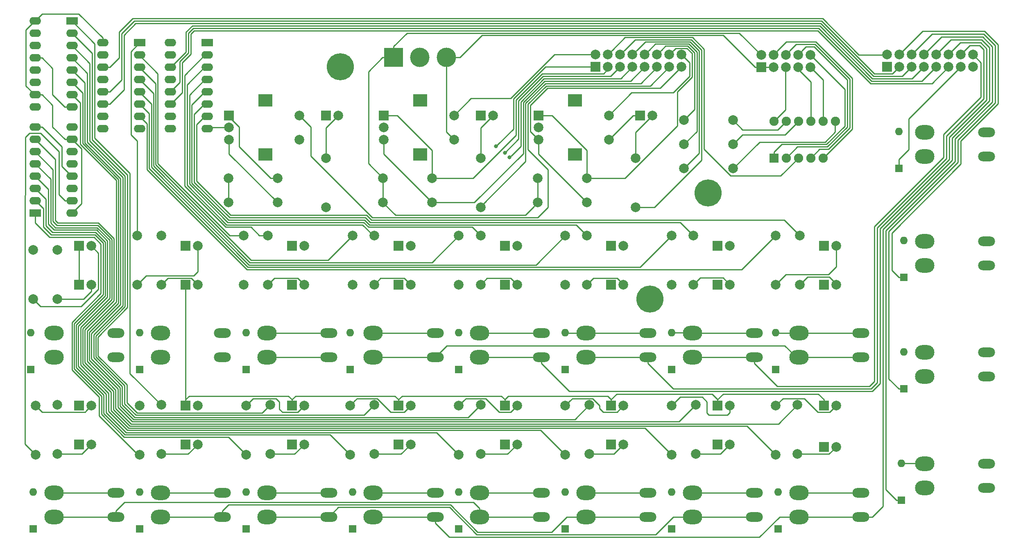
<source format=gtl>
G04 #@! TF.GenerationSoftware,KiCad,Pcbnew,5.1.5+dfsg1-2build2*
G04 #@! TF.CreationDate,2021-04-11T17:34:26+02:00*
G04 #@! TF.ProjectId,Main_board,4d61696e-5f62-46f6-9172-642e6b696361,rev?*
G04 #@! TF.SameCoordinates,Original*
G04 #@! TF.FileFunction,Copper,L1,Top*
G04 #@! TF.FilePolarity,Positive*
%FSLAX46Y46*%
G04 Gerber Fmt 4.6, Leading zero omitted, Abs format (unit mm)*
G04 Created by KiCad (PCBNEW 5.1.5+dfsg1-2build2) date 2021-04-11 17:34:26*
%MOMM*%
%LPD*%
G04 APERTURE LIST*
%ADD10C,5.600000*%
%ADD11O,2.400000X1.600000*%
%ADD12R,2.400000X1.600000*%
%ADD13R,2.000000X2.000000*%
%ADD14C,2.000000*%
%ADD15C,4.000000*%
%ADD16R,4.000000X4.000000*%
%ADD17C,1.905000*%
%ADD18R,1.905000X1.905000*%
%ADD19R,3.000000X2.500000*%
%ADD20O,1.600000X1.600000*%
%ADD21R,1.600000X1.600000*%
%ADD22O,4.000000X3.000000*%
%ADD23O,3.500000X2.000000*%
%ADD24C,0.800000*%
%ADD25C,0.250000*%
G04 APERTURE END LIST*
D10*
X98000000Y-56000000D03*
X162000000Y-104000000D03*
X174000000Y-82000000D03*
D11*
X48880000Y-51000000D03*
X56500000Y-68780000D03*
X48880000Y-53540000D03*
X56500000Y-66240000D03*
X48880000Y-56080000D03*
X56500000Y-63700000D03*
X48880000Y-58620000D03*
X56500000Y-61160000D03*
X48880000Y-61160000D03*
X56500000Y-58620000D03*
X48880000Y-63700000D03*
X56500000Y-56080000D03*
X48880000Y-66240000D03*
X56500000Y-53540000D03*
X48880000Y-68780000D03*
D12*
X56500000Y-51000000D03*
X34900000Y-86180000D03*
D11*
X42520000Y-68400000D03*
X34900000Y-83640000D03*
X42520000Y-70940000D03*
X34900000Y-81100000D03*
X42520000Y-73480000D03*
X34900000Y-78560000D03*
X42520000Y-76020000D03*
X34900000Y-76020000D03*
X42520000Y-78560000D03*
X34900000Y-73480000D03*
X42520000Y-81100000D03*
X34900000Y-70940000D03*
X42520000Y-83640000D03*
X34900000Y-68400000D03*
X42520000Y-86180000D03*
X34880000Y-46500000D03*
X42500000Y-64280000D03*
X34880000Y-49040000D03*
X42500000Y-61740000D03*
X34880000Y-51580000D03*
X42500000Y-59200000D03*
X34880000Y-54120000D03*
X42500000Y-56660000D03*
X34880000Y-56660000D03*
X42500000Y-54120000D03*
X34880000Y-59200000D03*
X42500000Y-51580000D03*
X34880000Y-61740000D03*
X42500000Y-49040000D03*
X34880000Y-64280000D03*
D12*
X42500000Y-46500000D03*
D13*
X185000000Y-56040000D03*
D14*
X185000000Y-53500000D03*
X187540000Y-56040000D03*
X187540000Y-53500000D03*
X190080000Y-56040000D03*
X190080000Y-53500000D03*
X192620000Y-56040000D03*
X192620000Y-53500000D03*
X195160000Y-56040000D03*
X195160000Y-53500000D03*
D15*
X119890000Y-54000000D03*
X114445000Y-54000000D03*
D16*
X109000000Y-54000000D03*
D17*
X187650000Y-67190000D03*
X190190000Y-67190000D03*
X192730000Y-67190000D03*
X195270000Y-67190000D03*
X197810000Y-67190000D03*
X200350000Y-67190000D03*
X197810000Y-74810000D03*
X195270000Y-74810000D03*
X192730000Y-74810000D03*
X190190000Y-74810000D03*
D18*
X187650000Y-74810000D03*
D14*
X121500000Y-71000000D03*
X121500000Y-66000000D03*
D19*
X114500000Y-74100000D03*
X114500000Y-62900000D03*
D14*
X107000000Y-71000000D03*
X107000000Y-68500000D03*
D13*
X107000000Y-66000000D03*
X139000000Y-66000000D03*
D14*
X139000000Y-68500000D03*
X139000000Y-71000000D03*
D19*
X146500000Y-62900000D03*
X146500000Y-74100000D03*
D14*
X153500000Y-66000000D03*
X153500000Y-71000000D03*
X89500000Y-71000000D03*
X89500000Y-66000000D03*
D19*
X82500000Y-74100000D03*
X82500000Y-62900000D03*
D14*
X75000000Y-71000000D03*
X75000000Y-68500000D03*
D13*
X75000000Y-66000000D03*
D14*
X159000000Y-74840000D03*
X159000000Y-85000000D03*
X127000000Y-74840000D03*
X127000000Y-85000000D03*
X95000000Y-74840000D03*
X95000000Y-85000000D03*
X138840000Y-84000000D03*
X149000000Y-84000000D03*
X106840000Y-84000000D03*
X117000000Y-84000000D03*
X74840000Y-84000000D03*
X85000000Y-84000000D03*
X138840000Y-79000000D03*
X149000000Y-79000000D03*
X106840000Y-79000000D03*
X117000000Y-79000000D03*
X74840000Y-79000000D03*
X85000000Y-79000000D03*
X179160000Y-67000000D03*
X169000000Y-67000000D03*
X179160000Y-72000000D03*
X169000000Y-72000000D03*
X179160000Y-77000000D03*
X169000000Y-77000000D03*
X168540000Y-53460000D03*
X168540000Y-56000000D03*
X166000000Y-53460000D03*
X166000000Y-56000000D03*
X163460000Y-53460000D03*
X163460000Y-56000000D03*
X160920000Y-53460000D03*
X160920000Y-56000000D03*
X158380000Y-53460000D03*
X158380000Y-56000000D03*
X155840000Y-53460000D03*
X155840000Y-56000000D03*
X153300000Y-53460000D03*
X153300000Y-56000000D03*
X150760000Y-53460000D03*
D13*
X150760000Y-56000000D03*
X160000000Y-66000000D03*
D14*
X162540000Y-66000000D03*
D13*
X127000000Y-66000000D03*
D14*
X129540000Y-66000000D03*
D13*
X95000000Y-66000000D03*
D14*
X97540000Y-66000000D03*
D13*
X44000000Y-93000000D03*
D14*
X46540000Y-93000000D03*
D13*
X66000000Y-93000000D03*
D14*
X68540000Y-93000000D03*
D13*
X88000000Y-93000000D03*
D14*
X90540000Y-93000000D03*
D13*
X110000000Y-93000000D03*
D14*
X112540000Y-93000000D03*
D13*
X132000000Y-93000000D03*
D14*
X134540000Y-93000000D03*
D13*
X154000000Y-93000000D03*
D14*
X156540000Y-93000000D03*
D13*
X176000000Y-93000000D03*
D14*
X178540000Y-93000000D03*
D13*
X197960000Y-93000000D03*
D14*
X200500000Y-93000000D03*
D13*
X44000000Y-126000000D03*
D14*
X46540000Y-126000000D03*
D13*
X66000000Y-126000000D03*
D14*
X68540000Y-126000000D03*
D13*
X88000000Y-126000000D03*
D14*
X90540000Y-126000000D03*
D13*
X110000000Y-126000000D03*
D14*
X112540000Y-126000000D03*
D13*
X132000000Y-126000000D03*
D14*
X134540000Y-126000000D03*
D13*
X154000000Y-126000000D03*
D14*
X156540000Y-126000000D03*
D13*
X176000000Y-126000000D03*
D14*
X178540000Y-126000000D03*
D13*
X197960000Y-126000000D03*
D14*
X200500000Y-126000000D03*
D13*
X44000000Y-101000000D03*
D14*
X46540000Y-101000000D03*
D13*
X66000000Y-101000000D03*
D14*
X68540000Y-101000000D03*
D13*
X88000000Y-101000000D03*
D14*
X90540000Y-101000000D03*
D13*
X110000000Y-101000000D03*
D14*
X112540000Y-101000000D03*
D13*
X132000000Y-101000000D03*
D14*
X134540000Y-101000000D03*
D13*
X154000000Y-101000000D03*
D14*
X156540000Y-101000000D03*
D13*
X176000000Y-101000000D03*
D14*
X178540000Y-101000000D03*
D13*
X198000000Y-101000000D03*
D14*
X200540000Y-101000000D03*
D13*
X44000000Y-134000000D03*
D14*
X46540000Y-134000000D03*
D13*
X66000000Y-134000000D03*
D14*
X68540000Y-134000000D03*
D13*
X88000000Y-134000000D03*
D14*
X90540000Y-134000000D03*
D13*
X110000000Y-134000000D03*
D14*
X112540000Y-134000000D03*
D13*
X132000000Y-134000000D03*
D14*
X134540000Y-134000000D03*
D13*
X154000000Y-134000000D03*
D14*
X156540000Y-134000000D03*
D13*
X176000000Y-134000000D03*
D14*
X178540000Y-134000000D03*
D13*
X198000000Y-134500000D03*
D14*
X200540000Y-134500000D03*
D20*
X34000000Y-110880000D03*
D21*
X34000000Y-118500000D03*
D20*
X56500000Y-110880000D03*
D21*
X56500000Y-118500000D03*
D20*
X78500000Y-110880000D03*
D21*
X78500000Y-118500000D03*
D20*
X100000000Y-110880000D03*
D21*
X100000000Y-118500000D03*
D20*
X213500000Y-69380000D03*
D21*
X213500000Y-77000000D03*
D20*
X122500000Y-110880000D03*
D21*
X122500000Y-118500000D03*
D20*
X144500000Y-110880000D03*
D21*
X144500000Y-118500000D03*
D20*
X166500000Y-110880000D03*
D21*
X166500000Y-118500000D03*
D20*
X188000000Y-110880000D03*
D21*
X188000000Y-118500000D03*
X214500000Y-99500000D03*
D20*
X214500000Y-91880000D03*
X34500000Y-143880000D03*
D21*
X34500000Y-151500000D03*
D20*
X56500000Y-143880000D03*
D21*
X56500000Y-151500000D03*
D20*
X78500000Y-143880000D03*
D21*
X78500000Y-151500000D03*
D20*
X100500000Y-143880000D03*
D21*
X100500000Y-151500000D03*
D20*
X214500000Y-114880000D03*
D21*
X214500000Y-122500000D03*
D20*
X122500000Y-143880000D03*
D21*
X122500000Y-151500000D03*
D20*
X144500000Y-143880000D03*
D21*
X144500000Y-151500000D03*
D20*
X166500000Y-143880000D03*
D21*
X166500000Y-151500000D03*
D20*
X188500000Y-143880000D03*
D21*
X188500000Y-151500000D03*
D20*
X214000000Y-137880000D03*
D21*
X214000000Y-145500000D03*
D14*
X228780000Y-53460000D03*
X228780000Y-56000000D03*
X226240000Y-53460000D03*
X226240000Y-56000000D03*
X223700000Y-53460000D03*
X223700000Y-56000000D03*
X221160000Y-53460000D03*
X221160000Y-56000000D03*
X218620000Y-53460000D03*
X218620000Y-56000000D03*
X216080000Y-53460000D03*
X216080000Y-56000000D03*
X213540000Y-53460000D03*
X213540000Y-56000000D03*
X211000000Y-53460000D03*
D13*
X211000000Y-56000000D03*
D14*
X34500000Y-93840000D03*
X34500000Y-104000000D03*
X56000000Y-90840000D03*
X56000000Y-101000000D03*
X78000000Y-90840000D03*
X78000000Y-101000000D03*
X100500000Y-90840000D03*
X100500000Y-101000000D03*
X122500000Y-90840000D03*
X122500000Y-101000000D03*
X144500000Y-90840000D03*
X144500000Y-101000000D03*
X166500000Y-90840000D03*
X166500000Y-101000000D03*
X188000000Y-90840000D03*
X188000000Y-101000000D03*
X35000000Y-136160000D03*
X35000000Y-126000000D03*
X56500000Y-136160000D03*
X56500000Y-126000000D03*
X78500000Y-136160000D03*
X78500000Y-126000000D03*
X100000000Y-136160000D03*
X100000000Y-126000000D03*
X122500000Y-136160000D03*
X122500000Y-126000000D03*
X144500000Y-136160000D03*
X144500000Y-126000000D03*
X166500000Y-136160000D03*
X166500000Y-126000000D03*
X188000000Y-136160000D03*
X188000000Y-126000000D03*
X39500000Y-93840000D03*
X39500000Y-104000000D03*
X61000000Y-90840000D03*
X61000000Y-101000000D03*
X83000000Y-90840000D03*
X83000000Y-101000000D03*
X105000000Y-90840000D03*
X105000000Y-101000000D03*
X127000000Y-90840000D03*
X127000000Y-101000000D03*
X149000000Y-90840000D03*
X149000000Y-101000000D03*
X171000000Y-90840000D03*
X171000000Y-101000000D03*
X193000000Y-90840000D03*
X193000000Y-101000000D03*
X39500000Y-125840000D03*
X39500000Y-136000000D03*
X61000000Y-125840000D03*
X61000000Y-136000000D03*
X83500000Y-125840000D03*
X83500000Y-136000000D03*
X105000000Y-125840000D03*
X105000000Y-136000000D03*
X127000000Y-125840000D03*
X127000000Y-136000000D03*
X149500000Y-125840000D03*
X149500000Y-136000000D03*
X171500000Y-125840000D03*
X171500000Y-136000000D03*
X192500000Y-125840000D03*
X192500000Y-136000000D03*
D22*
X38800000Y-116000000D03*
X38800000Y-111000000D03*
D23*
X51600000Y-116000000D03*
X51600000Y-111000000D03*
D22*
X60800000Y-116000000D03*
X60800000Y-111000000D03*
D23*
X73600000Y-116000000D03*
X73600000Y-111000000D03*
D22*
X82800000Y-116000000D03*
X82800000Y-111000000D03*
D23*
X95600000Y-116000000D03*
X95600000Y-111000000D03*
D22*
X104800000Y-116000000D03*
X104800000Y-111000000D03*
D23*
X117600000Y-116000000D03*
X117600000Y-111000000D03*
D22*
X218800000Y-74500000D03*
X218800000Y-69500000D03*
D23*
X231600000Y-74500000D03*
X231600000Y-69500000D03*
D22*
X126800000Y-116000000D03*
X126800000Y-111000000D03*
D23*
X139600000Y-116000000D03*
X139600000Y-111000000D03*
D22*
X148800000Y-116000000D03*
X148800000Y-111000000D03*
D23*
X161600000Y-116000000D03*
X161600000Y-111000000D03*
D22*
X170800000Y-116000000D03*
X170800000Y-111000000D03*
D23*
X183600000Y-116000000D03*
X183600000Y-111000000D03*
D22*
X192800000Y-116000000D03*
X192800000Y-111000000D03*
D23*
X205600000Y-116000000D03*
X205600000Y-111000000D03*
D22*
X218800000Y-97000000D03*
X218800000Y-92000000D03*
D23*
X231600000Y-97000000D03*
X231600000Y-92000000D03*
D22*
X38800000Y-149000000D03*
X38800000Y-144000000D03*
D23*
X51600000Y-149000000D03*
X51600000Y-144000000D03*
D22*
X60800000Y-149000000D03*
X60800000Y-144000000D03*
D23*
X73600000Y-149000000D03*
X73600000Y-144000000D03*
D22*
X82800000Y-149000000D03*
X82800000Y-144000000D03*
D23*
X95600000Y-149000000D03*
X95600000Y-144000000D03*
D22*
X104800000Y-149000000D03*
X104800000Y-144000000D03*
D23*
X117600000Y-149000000D03*
X117600000Y-144000000D03*
D22*
X218800000Y-120000000D03*
X218800000Y-115000000D03*
D23*
X231600000Y-120000000D03*
X231600000Y-115000000D03*
D22*
X126800000Y-149000000D03*
X126800000Y-144000000D03*
D23*
X139600000Y-149000000D03*
X139600000Y-144000000D03*
D22*
X148800000Y-149000000D03*
X148800000Y-144000000D03*
D23*
X161600000Y-149000000D03*
X161600000Y-144000000D03*
D22*
X170800000Y-149000000D03*
X170800000Y-144000000D03*
D23*
X183600000Y-149000000D03*
X183600000Y-144000000D03*
D22*
X192800000Y-149000000D03*
X192800000Y-144000000D03*
D23*
X205600000Y-149000000D03*
X205600000Y-144000000D03*
D22*
X218800000Y-143000000D03*
X218800000Y-138000000D03*
D23*
X231600000Y-143000000D03*
X231600000Y-138000000D03*
D11*
X62880000Y-51000000D03*
X70500000Y-68780000D03*
X62880000Y-53540000D03*
X70500000Y-66240000D03*
X62880000Y-56080000D03*
X70500000Y-63700000D03*
X62880000Y-58620000D03*
X70500000Y-61160000D03*
X62880000Y-61160000D03*
X70500000Y-58620000D03*
X62880000Y-63700000D03*
X70500000Y-56080000D03*
X62880000Y-66240000D03*
X70500000Y-53540000D03*
X62880000Y-68780000D03*
D12*
X70500000Y-51000000D03*
D24*
X133000000Y-74700000D03*
X132000000Y-73700000D03*
X130200000Y-72400000D03*
D25*
X109250000Y-124000000D02*
X110000000Y-124750000D01*
X88750000Y-124000000D02*
X109250000Y-124000000D01*
X88000000Y-124750000D02*
X88750000Y-124000000D01*
X110000000Y-124750000D02*
X110000000Y-126000000D01*
X88000000Y-124750000D02*
X88000000Y-126000000D01*
X87250000Y-124000000D02*
X88000000Y-124750000D01*
X66750000Y-124000000D02*
X87250000Y-124000000D01*
X66000000Y-124750000D02*
X66750000Y-124000000D01*
X110000000Y-124750000D02*
X110750000Y-124000000D01*
X131250000Y-124000000D02*
X132000000Y-124750000D01*
X110750000Y-124000000D02*
X131250000Y-124000000D01*
X132000000Y-126000000D02*
X132000000Y-124750000D01*
X153250000Y-124000000D02*
X154000000Y-124750000D01*
X132750000Y-124000000D02*
X153250000Y-124000000D01*
X132000000Y-124750000D02*
X132750000Y-124000000D01*
X176000000Y-124750000D02*
X176000000Y-126000000D01*
X154000000Y-126000000D02*
X154000000Y-124750000D01*
X66000000Y-124750000D02*
X66000000Y-101000000D01*
X66000000Y-126000000D02*
X66000000Y-124750000D01*
X158500000Y-66000000D02*
X160000000Y-66000000D01*
X153500000Y-71000000D02*
X158500000Y-66000000D01*
X44000000Y-101000000D02*
X44000000Y-93000000D01*
X187540000Y-56040000D02*
X185000000Y-56040000D01*
X174850000Y-123600000D02*
X176000000Y-124750000D01*
X155150000Y-123600000D02*
X174850000Y-123600000D01*
X154000000Y-124750000D02*
X155150000Y-123600000D01*
X196810000Y-123600000D02*
X197960000Y-124750000D01*
X177150000Y-123600000D02*
X196810000Y-123600000D01*
X197960000Y-124750000D02*
X197960000Y-126000000D01*
X176000000Y-124750000D02*
X177150000Y-123600000D01*
X122718427Y-54000000D02*
X119890000Y-54000000D01*
X177144933Y-49434933D02*
X127283494Y-49434933D01*
X185000000Y-56040000D02*
X183750000Y-56040000D01*
X183750000Y-56040000D02*
X177144933Y-49434933D01*
X127283494Y-49434933D02*
X122718427Y-54000000D01*
X36330000Y-54120000D02*
X34880000Y-54120000D01*
X38500000Y-56290000D02*
X36330000Y-54120000D01*
X38500000Y-61730000D02*
X38500000Y-56290000D01*
X41050000Y-64280000D02*
X38500000Y-61730000D01*
X42500000Y-64280000D02*
X41050000Y-64280000D01*
X70780000Y-68500000D02*
X70500000Y-68780000D01*
X75000000Y-68500000D02*
X70780000Y-68500000D01*
X42460000Y-78560000D02*
X42520000Y-78560000D01*
X40400000Y-76500000D02*
X42460000Y-78560000D01*
X40400000Y-72450000D02*
X40400000Y-76500000D01*
X36350000Y-68400000D02*
X40400000Y-72450000D01*
X34900000Y-68400000D02*
X36350000Y-68400000D01*
X119890000Y-69390000D02*
X119890000Y-54000000D01*
X121500000Y-71000000D02*
X119890000Y-69390000D01*
X36000000Y-105500000D02*
X34500000Y-104000000D01*
X44400000Y-105500000D02*
X36000000Y-105500000D01*
X48000000Y-94460000D02*
X48000000Y-101900000D01*
X48000000Y-101900000D02*
X44400000Y-105500000D01*
X46540000Y-93000000D02*
X48000000Y-94460000D01*
X68540000Y-98260000D02*
X68540000Y-93000000D01*
X67700000Y-99100000D02*
X68540000Y-98260000D01*
X57900000Y-99100000D02*
X67700000Y-99100000D01*
X56000000Y-101000000D02*
X57900000Y-99100000D01*
X200500000Y-97300000D02*
X200500000Y-93000000D01*
X198900000Y-98900000D02*
X200500000Y-97300000D01*
X190100000Y-98900000D02*
X198900000Y-98900000D01*
X188000000Y-101000000D02*
X190100000Y-98900000D01*
X45540001Y-126999999D02*
X46540000Y-126000000D01*
X45214999Y-127325001D02*
X45540001Y-126999999D01*
X36325001Y-127325001D02*
X45214999Y-127325001D01*
X35000000Y-126000000D02*
X36325001Y-127325001D01*
X79499999Y-125000001D02*
X78500000Y-126000000D01*
X84714999Y-124514999D02*
X79985001Y-124514999D01*
X79985001Y-124514999D02*
X79499999Y-125000001D01*
X85400000Y-125200000D02*
X84714999Y-124514999D01*
X85400000Y-126700000D02*
X85400000Y-125200000D01*
X86025001Y-127325001D02*
X85400000Y-126700000D01*
X89214999Y-127325001D02*
X86025001Y-127325001D01*
X90540000Y-126000000D02*
X89214999Y-127325001D01*
X100999999Y-125000001D02*
X100000000Y-126000000D01*
X101485001Y-124514999D02*
X100999999Y-125000001D01*
X108446003Y-127325001D02*
X105636001Y-124514999D01*
X105636001Y-124514999D02*
X101485001Y-124514999D01*
X111214999Y-127325001D02*
X108446003Y-127325001D01*
X112540000Y-126000000D02*
X111214999Y-127325001D01*
X133214999Y-127325001D02*
X130825001Y-127325001D01*
X134540000Y-126000000D02*
X133214999Y-127325001D01*
X123985001Y-124514999D02*
X123499999Y-125000001D01*
X123499999Y-125000001D02*
X122500000Y-126000000D01*
X128014999Y-124514999D02*
X123985001Y-124514999D01*
X130825001Y-127325001D02*
X128014999Y-124514999D01*
X145499999Y-125000001D02*
X144500000Y-126000000D01*
X145985001Y-124514999D02*
X145499999Y-125000001D01*
X150136001Y-124514999D02*
X145985001Y-124514999D01*
X151600000Y-125978998D02*
X150136001Y-124514999D01*
X151600000Y-126600000D02*
X151600000Y-125978998D01*
X152325001Y-127325001D02*
X151600000Y-126600000D01*
X155214999Y-127325001D02*
X152325001Y-127325001D01*
X156540000Y-126000000D02*
X155214999Y-127325001D01*
X178500000Y-127400000D02*
X178500000Y-126040000D01*
X178000000Y-127900000D02*
X178500000Y-127400000D01*
X174200000Y-127900000D02*
X178000000Y-127900000D01*
X178500000Y-126040000D02*
X178540000Y-126000000D01*
X173800000Y-125200000D02*
X173800000Y-127500000D01*
X172800000Y-124200000D02*
X173800000Y-125200000D01*
X173800000Y-127500000D02*
X174200000Y-127900000D01*
X168300000Y-124200000D02*
X172800000Y-124200000D01*
X166500000Y-126000000D02*
X168300000Y-124200000D01*
X199500001Y-126999999D02*
X200500000Y-126000000D01*
X199174999Y-127325001D02*
X199500001Y-126999999D01*
X196699999Y-127325001D02*
X199174999Y-127325001D01*
X193889997Y-124514999D02*
X196699999Y-127325001D01*
X189485001Y-124514999D02*
X193889997Y-124514999D01*
X188000000Y-126000000D02*
X189485001Y-124514999D01*
X46540000Y-102360000D02*
X46540000Y-101000000D01*
X44900000Y-104000000D02*
X46540000Y-102360000D01*
X39500000Y-104000000D02*
X44900000Y-104000000D01*
X67540001Y-100000001D02*
X68540000Y-101000000D01*
X62325001Y-99674999D02*
X67214999Y-99674999D01*
X67214999Y-99674999D02*
X67540001Y-100000001D01*
X61000000Y-101000000D02*
X62325001Y-99674999D01*
X89540001Y-100000001D02*
X90540000Y-101000000D01*
X89214999Y-99674999D02*
X89540001Y-100000001D01*
X84325001Y-99674999D02*
X89214999Y-99674999D01*
X83000000Y-101000000D02*
X84325001Y-99674999D01*
X111540001Y-100000001D02*
X112540000Y-101000000D01*
X111214999Y-99674999D02*
X111540001Y-100000001D01*
X106325001Y-99674999D02*
X111214999Y-99674999D01*
X105000000Y-101000000D02*
X106325001Y-99674999D01*
X133540001Y-100000001D02*
X134540000Y-101000000D01*
X133214999Y-99674999D02*
X133540001Y-100000001D01*
X128325001Y-99674999D02*
X133214999Y-99674999D01*
X127000000Y-101000000D02*
X128325001Y-99674999D01*
X155540001Y-100000001D02*
X156540000Y-101000000D01*
X155214999Y-99674999D02*
X155540001Y-100000001D01*
X150325001Y-99674999D02*
X155214999Y-99674999D01*
X149000000Y-101000000D02*
X150325001Y-99674999D01*
X177140000Y-99600000D02*
X178540000Y-101000000D01*
X172400000Y-99600000D02*
X177140000Y-99600000D01*
X171000000Y-101000000D02*
X172400000Y-99600000D01*
X194600000Y-99400000D02*
X193000000Y-101000000D01*
X199100000Y-99400000D02*
X194600000Y-99400000D01*
X200540000Y-100840000D02*
X199100000Y-99400000D01*
X200540000Y-101000000D02*
X200540000Y-100840000D01*
X44540000Y-136000000D02*
X46540000Y-134000000D01*
X39500000Y-136000000D02*
X44540000Y-136000000D01*
X68540000Y-134000000D02*
X66540000Y-136000000D01*
X66540000Y-136000000D02*
X61000000Y-136000000D01*
X88540000Y-136000000D02*
X90540000Y-134000000D01*
X83500000Y-136000000D02*
X88540000Y-136000000D01*
X110540000Y-136000000D02*
X112540000Y-134000000D01*
X105000000Y-136000000D02*
X110540000Y-136000000D01*
X132540000Y-136000000D02*
X134540000Y-134000000D01*
X127000000Y-136000000D02*
X132540000Y-136000000D01*
X154540000Y-136000000D02*
X156540000Y-134000000D01*
X149500000Y-136000000D02*
X154540000Y-136000000D01*
X176540000Y-136000000D02*
X178540000Y-134000000D01*
X171500000Y-136000000D02*
X176540000Y-136000000D01*
X199040000Y-136000000D02*
X200540000Y-134500000D01*
X192500000Y-136000000D02*
X199040000Y-136000000D01*
X215500000Y-66740000D02*
X226240000Y-56000000D01*
X215500000Y-73100000D02*
X215500000Y-66740000D01*
X213500000Y-75100000D02*
X215500000Y-73100000D01*
X213500000Y-77000000D02*
X213500000Y-75100000D01*
X82800000Y-111000000D02*
X95600000Y-111000000D01*
X104800000Y-111000000D02*
X117600000Y-111000000D01*
X126800000Y-111000000D02*
X139600000Y-111000000D01*
X231200000Y-48600000D02*
X218400000Y-48600000D01*
X234000000Y-63600000D02*
X234000000Y-51400000D01*
X226300000Y-76000000D02*
X226300000Y-71300000D01*
X212000000Y-90300000D02*
X226300000Y-76000000D01*
X226300000Y-71300000D02*
X234000000Y-63600000D01*
X212000000Y-98050000D02*
X212000000Y-90300000D01*
X218400000Y-48600000D02*
X213540000Y-53460000D01*
X213450000Y-99500000D02*
X212000000Y-98050000D01*
X234000000Y-51400000D02*
X231200000Y-48600000D01*
X214500000Y-99500000D02*
X213450000Y-99500000D01*
X148800000Y-111000000D02*
X161600000Y-111000000D01*
X144620000Y-111000000D02*
X144500000Y-110880000D01*
X148800000Y-111000000D02*
X144620000Y-111000000D01*
X173050000Y-111000000D02*
X183600000Y-111000000D01*
X170800000Y-111000000D02*
X173050000Y-111000000D01*
X170680000Y-110880000D02*
X170800000Y-111000000D01*
X166500000Y-110880000D02*
X170680000Y-110880000D01*
X192800000Y-111000000D02*
X205600000Y-111000000D01*
X188120000Y-111000000D02*
X188000000Y-110880000D01*
X192800000Y-111000000D02*
X188120000Y-111000000D01*
X231000000Y-49200000D02*
X220340000Y-49200000D01*
X233400000Y-51600000D02*
X231000000Y-49200000D01*
X233400000Y-63400000D02*
X233400000Y-51600000D01*
X225700000Y-71100000D02*
X233400000Y-63400000D01*
X225700000Y-75700000D02*
X225700000Y-71100000D01*
X220340000Y-49200000D02*
X216080000Y-53460000D01*
X211400000Y-90000000D02*
X225700000Y-75700000D01*
X211400000Y-120450000D02*
X211400000Y-90000000D01*
X213450000Y-122500000D02*
X211400000Y-120450000D01*
X214500000Y-122500000D02*
X213450000Y-122500000D01*
X51600000Y-144000000D02*
X38800000Y-144000000D01*
X73600000Y-144000000D02*
X60800000Y-144000000D01*
X95600000Y-144000000D02*
X82800000Y-144000000D01*
X117600000Y-144000000D02*
X104800000Y-144000000D01*
X232800000Y-51800000D02*
X230800000Y-49800000D01*
X232800000Y-63200000D02*
X232800000Y-51800000D01*
X225100000Y-70900000D02*
X232800000Y-63200000D01*
X225100000Y-75500000D02*
X225100000Y-70900000D01*
X230800000Y-49800000D02*
X222280000Y-49800000D01*
X210800000Y-89800000D02*
X225100000Y-75500000D01*
X210800000Y-143350000D02*
X210800000Y-89800000D01*
X212950000Y-145500000D02*
X210800000Y-143350000D01*
X222280000Y-49800000D02*
X218620000Y-53460000D01*
X214000000Y-145500000D02*
X212950000Y-145500000D01*
X126800000Y-144000000D02*
X139600000Y-144000000D01*
X161600000Y-144000000D02*
X148800000Y-144000000D01*
X183600000Y-144000000D02*
X170800000Y-144000000D01*
X205600000Y-144000000D02*
X192800000Y-144000000D01*
X218680000Y-137880000D02*
X218800000Y-138000000D01*
X214000000Y-137880000D02*
X218680000Y-137880000D01*
X38800000Y-149000000D02*
X51600000Y-149000000D01*
X129050000Y-149000000D02*
X139600000Y-149000000D01*
X126800000Y-149000000D02*
X129050000Y-149000000D01*
X126800000Y-147250000D02*
X126800000Y-149000000D01*
X125550000Y-146000000D02*
X126800000Y-147250000D01*
X53350000Y-146000000D02*
X125550000Y-146000000D01*
X51600000Y-147750000D02*
X53350000Y-146000000D01*
X51600000Y-149000000D02*
X51600000Y-147750000D01*
X139600000Y-116000000D02*
X126800000Y-116000000D01*
X231600000Y-62800000D02*
X231600000Y-52200000D01*
X230400000Y-51000000D02*
X226160000Y-51000000D01*
X223900000Y-70500000D02*
X231600000Y-62800000D01*
X231600000Y-52200000D02*
X230400000Y-51000000D01*
X223900000Y-75100000D02*
X223900000Y-70500000D01*
X209600000Y-89400000D02*
X223900000Y-75100000D01*
X226160000Y-51000000D02*
X223700000Y-53460000D01*
X207999996Y-123000004D02*
X209600000Y-121400000D01*
X145350004Y-123000004D02*
X207999996Y-123000004D01*
X139600000Y-117250000D02*
X145350004Y-123000004D01*
X209600000Y-121400000D02*
X209600000Y-89400000D01*
X139600000Y-116000000D02*
X139600000Y-117250000D01*
X60800000Y-149000000D02*
X73600000Y-149000000D01*
X148800000Y-149000000D02*
X161600000Y-149000000D01*
X161600000Y-116000000D02*
X148800000Y-116000000D01*
X228100000Y-51600000D02*
X226240000Y-53460000D01*
X231000000Y-52400000D02*
X230200000Y-51600000D01*
X231000000Y-62550000D02*
X231000000Y-52400000D01*
X223300000Y-70250000D02*
X231000000Y-62550000D01*
X209000000Y-89200000D02*
X223300000Y-74900000D01*
X209000000Y-121200000D02*
X209000000Y-89200000D01*
X223300000Y-74900000D02*
X223300000Y-70250000D01*
X207700000Y-122500000D02*
X209000000Y-121200000D01*
X166850000Y-122500000D02*
X207700000Y-122500000D01*
X230200000Y-51600000D02*
X228100000Y-51600000D01*
X161600000Y-117250000D02*
X166850000Y-122500000D01*
X161600000Y-116000000D02*
X161600000Y-117250000D01*
X73600000Y-149000000D02*
X73600000Y-147750000D01*
X73600000Y-147750000D02*
X74850000Y-146500000D01*
X74850000Y-146500000D02*
X120800000Y-146500000D01*
X126400000Y-152100000D02*
X141714998Y-152100000D01*
X120800000Y-146500000D02*
X126400000Y-152100000D01*
X141714998Y-152100000D02*
X144814998Y-149000000D01*
X144814998Y-149000000D02*
X146550000Y-149000000D01*
X146550000Y-149000000D02*
X148800000Y-149000000D01*
X82800000Y-149000000D02*
X95600000Y-149000000D01*
X173050000Y-149000000D02*
X183600000Y-149000000D01*
X170800000Y-149000000D02*
X173050000Y-149000000D01*
X166814998Y-149000000D02*
X168550000Y-149000000D01*
X126225001Y-152625001D02*
X163189997Y-152625001D01*
X163189997Y-152625001D02*
X166814998Y-149000000D01*
X120600000Y-147000000D02*
X126225001Y-152625001D01*
X97600000Y-147000000D02*
X120600000Y-147000000D01*
X168550000Y-149000000D02*
X170800000Y-149000000D01*
X95600000Y-149000000D02*
X97600000Y-147000000D01*
X183600000Y-116000000D02*
X170800000Y-116000000D01*
X93600000Y-116000000D02*
X82800000Y-116000000D01*
X95600000Y-116000000D02*
X93600000Y-116000000D01*
X230400000Y-55080000D02*
X228780000Y-53460000D01*
X230400000Y-62250000D02*
X230400000Y-55080000D01*
X222700000Y-74700000D02*
X222700000Y-69950000D01*
X208400000Y-89000000D02*
X222700000Y-74700000D01*
X208400000Y-121000000D02*
X208400000Y-89000000D01*
X222700000Y-69950000D02*
X230400000Y-62250000D01*
X207400000Y-122000000D02*
X208400000Y-121000000D01*
X188350000Y-122000000D02*
X207400000Y-122000000D01*
X183600000Y-117250000D02*
X188350000Y-122000000D01*
X183600000Y-116000000D02*
X183600000Y-117250000D01*
X210960000Y-53500000D02*
X211000000Y-53460000D01*
X205200000Y-53500000D02*
X210960000Y-53500000D01*
X197700000Y-46000000D02*
X205200000Y-53500000D01*
X55100000Y-46000000D02*
X197700000Y-46000000D01*
X52300000Y-48800000D02*
X55100000Y-46000000D01*
X52300000Y-54110000D02*
X52300000Y-48800000D01*
X50330000Y-56080000D02*
X52300000Y-54110000D01*
X48880000Y-56080000D02*
X50330000Y-56080000D01*
X215080001Y-56999999D02*
X216080000Y-56000000D01*
X214180000Y-57900000D02*
X215080001Y-56999999D01*
X208200000Y-57900000D02*
X214180000Y-57900000D01*
X197300000Y-47000000D02*
X208200000Y-57900000D01*
X53300000Y-49400000D02*
X55700000Y-47000000D01*
X55700000Y-47000000D02*
X197300000Y-47000000D01*
X53300000Y-60730000D02*
X53300000Y-49400000D01*
X50330000Y-63700000D02*
X53300000Y-60730000D01*
X48880000Y-63700000D02*
X50330000Y-63700000D01*
X208400000Y-57400000D02*
X212140000Y-57400000D01*
X197500000Y-46500000D02*
X208400000Y-57400000D01*
X212140000Y-57400000D02*
X212540001Y-56999999D01*
X55400000Y-46500000D02*
X197500000Y-46500000D01*
X212540001Y-56999999D02*
X213540000Y-56000000D01*
X52800000Y-49100000D02*
X55400000Y-46500000D01*
X52800000Y-58690000D02*
X52800000Y-49100000D01*
X50330000Y-61160000D02*
X52800000Y-58690000D01*
X48880000Y-61160000D02*
X50330000Y-61160000D01*
X216220000Y-58400000D02*
X218620000Y-56000000D01*
X208000000Y-58400000D02*
X216220000Y-58400000D01*
X197100000Y-47500000D02*
X208000000Y-58400000D01*
X67400000Y-47500000D02*
X197100000Y-47500000D01*
X66100000Y-48800000D02*
X67400000Y-47500000D01*
X66100000Y-52900000D02*
X66100000Y-48800000D01*
X62920000Y-56080000D02*
X66100000Y-52900000D01*
X62880000Y-56080000D02*
X62920000Y-56080000D01*
X220299978Y-59400022D02*
X223700000Y-56000000D01*
X196700000Y-48500000D02*
X207600022Y-59400022D01*
X207600022Y-59400022D02*
X220299978Y-59400022D01*
X67800000Y-48500000D02*
X196700000Y-48500000D01*
X67100000Y-49200000D02*
X67800000Y-48500000D01*
X67100000Y-53300000D02*
X67100000Y-49200000D01*
X65300000Y-55100000D02*
X67100000Y-53300000D01*
X65300000Y-61315000D02*
X65300000Y-55100000D01*
X62915000Y-63700000D02*
X65300000Y-61315000D01*
X62880000Y-63700000D02*
X62915000Y-63700000D01*
X196900000Y-48000000D02*
X207800000Y-58900000D01*
X67600000Y-48000000D02*
X196900000Y-48000000D01*
X207800000Y-58900000D02*
X218260000Y-58900000D01*
X66600000Y-53100000D02*
X66600000Y-49000000D01*
X64800000Y-54900000D02*
X66600000Y-53100000D01*
X64800000Y-59200000D02*
X64800000Y-54900000D01*
X218260000Y-58900000D02*
X221160000Y-56000000D01*
X62880000Y-61120000D02*
X64800000Y-59200000D01*
X66600000Y-49000000D02*
X67600000Y-48000000D01*
X62880000Y-61160000D02*
X62880000Y-61120000D01*
X107050000Y-149000000D02*
X117600000Y-149000000D01*
X104800000Y-149000000D02*
X107050000Y-149000000D01*
X117600000Y-150250000D02*
X120550000Y-153200000D01*
X117600000Y-149000000D02*
X117600000Y-150250000D01*
X190550000Y-149000000D02*
X192800000Y-149000000D01*
X188814998Y-149000000D02*
X190550000Y-149000000D01*
X184614998Y-153200000D02*
X188814998Y-149000000D01*
X120550000Y-153200000D02*
X184614998Y-153200000D01*
X192800000Y-149000000D02*
X205600000Y-149000000D01*
X205600000Y-116000000D02*
X192800000Y-116000000D01*
X117600000Y-116000000D02*
X104800000Y-116000000D01*
X120000000Y-113600000D02*
X117600000Y-116000000D01*
X189900000Y-113600000D02*
X120000000Y-113600000D01*
X192300000Y-116000000D02*
X189900000Y-113600000D01*
X192800000Y-116000000D02*
X192300000Y-116000000D01*
X224220000Y-50400000D02*
X221160000Y-53460000D01*
X230600000Y-50400000D02*
X224220000Y-50400000D01*
X232200000Y-52000000D02*
X230600000Y-50400000D01*
X224500000Y-70700000D02*
X232200000Y-63000000D01*
X232200000Y-63000000D02*
X232200000Y-52000000D01*
X210200000Y-89600000D02*
X224500000Y-75300000D01*
X210200000Y-146800000D02*
X210200000Y-89600000D01*
X224500000Y-75300000D02*
X224500000Y-70700000D01*
X208000000Y-149000000D02*
X210200000Y-146800000D01*
X205600000Y-149000000D02*
X208000000Y-149000000D01*
X74840000Y-79000000D02*
X74840000Y-84000000D01*
X138840000Y-79000000D02*
X138840000Y-84000000D01*
X106840000Y-82585787D02*
X106840000Y-79000000D01*
X106840000Y-84000000D02*
X106840000Y-82585787D01*
X106840000Y-79000000D02*
X103800000Y-75960000D01*
X106750000Y-54000000D02*
X109000000Y-54000000D01*
X103800000Y-56950000D02*
X106750000Y-54000000D01*
X103800000Y-75960000D02*
X103800000Y-56950000D01*
X137840001Y-84999999D02*
X138840000Y-84000000D01*
X136240000Y-86600000D02*
X137840001Y-84999999D01*
X109400000Y-86600000D02*
X136240000Y-86600000D01*
X106840000Y-84040000D02*
X109400000Y-86600000D01*
X106840000Y-84000000D02*
X106840000Y-84040000D01*
X44500000Y-72900000D02*
X42540000Y-70940000D01*
X42540000Y-70940000D02*
X42520000Y-70940000D01*
X44500000Y-84200000D02*
X44500000Y-72900000D01*
X42520000Y-86180000D02*
X44500000Y-84200000D01*
X185000000Y-53500000D02*
X180484922Y-48984922D01*
X109000000Y-51750000D02*
X109000000Y-54000000D01*
X111765078Y-48984922D02*
X109000000Y-51750000D01*
X180484922Y-48984922D02*
X111765078Y-48984922D01*
X36330000Y-61740000D02*
X34880000Y-61740000D01*
X38500000Y-63910000D02*
X36330000Y-61740000D01*
X38500000Y-68370000D02*
X38500000Y-63910000D01*
X41070000Y-70940000D02*
X38500000Y-68370000D01*
X42520000Y-70940000D02*
X41070000Y-70940000D01*
X34800000Y-46500000D02*
X34880000Y-46500000D01*
X33000000Y-48300000D02*
X34800000Y-46500000D01*
X33000000Y-59900000D02*
X33000000Y-48300000D01*
X34840000Y-61740000D02*
X33000000Y-59900000D01*
X34880000Y-61740000D02*
X34840000Y-61740000D01*
X48880000Y-49950000D02*
X48880000Y-51000000D01*
X43930000Y-45000000D02*
X48880000Y-49950000D01*
X36400000Y-45000000D02*
X43930000Y-45000000D01*
X34900000Y-46500000D02*
X36400000Y-45000000D01*
X34880000Y-46500000D02*
X34900000Y-46500000D01*
X54700000Y-52800000D02*
X56500000Y-51000000D01*
X54700000Y-70000000D02*
X54700000Y-52800000D01*
X56000000Y-71300000D02*
X54700000Y-70000000D01*
X56000000Y-90840000D02*
X56000000Y-71300000D01*
X60275065Y-57375065D02*
X56500000Y-53600000D01*
X60275065Y-75975065D02*
X60275065Y-57375065D01*
X56500000Y-53600000D02*
X56500000Y-53540000D01*
X75140000Y-90840000D02*
X60275065Y-75975065D01*
X78000000Y-90840000D02*
X75140000Y-90840000D01*
X59825054Y-76225054D02*
X59825054Y-59425054D01*
X59825054Y-59425054D02*
X56500000Y-56100000D01*
X79500000Y-95900000D02*
X59825054Y-76225054D01*
X95440000Y-95900000D02*
X79500000Y-95900000D01*
X56500000Y-56100000D02*
X56500000Y-56080000D01*
X100500000Y-90840000D02*
X95440000Y-95900000D01*
X56520000Y-58620000D02*
X56500000Y-58620000D01*
X59375041Y-61475041D02*
X56520000Y-58620000D01*
X59375041Y-76475041D02*
X59375041Y-61475041D01*
X79300000Y-96400000D02*
X59375041Y-76475041D01*
X116940000Y-96400000D02*
X79300000Y-96400000D01*
X122500000Y-90840000D02*
X116940000Y-96400000D01*
X56500000Y-61200000D02*
X56500000Y-61160000D01*
X58925030Y-63625030D02*
X56500000Y-61200000D01*
X58925030Y-76725030D02*
X58925030Y-63625030D01*
X79100000Y-96900000D02*
X58925030Y-76725030D01*
X138440000Y-96900000D02*
X79100000Y-96900000D01*
X144500000Y-90840000D02*
X138440000Y-96900000D01*
X56525000Y-63700000D02*
X56500000Y-63700000D01*
X58475021Y-65650021D02*
X56525000Y-63700000D01*
X58475021Y-76975021D02*
X58475021Y-65650021D01*
X78900000Y-97400000D02*
X58475021Y-76975021D01*
X159940000Y-97400000D02*
X78900000Y-97400000D01*
X166500000Y-90840000D02*
X159940000Y-97400000D01*
X56540000Y-66240000D02*
X56500000Y-66240000D01*
X58025010Y-67725010D02*
X56540000Y-66240000D01*
X58025010Y-77225010D02*
X58025010Y-67725010D01*
X78700000Y-97900000D02*
X58025010Y-77225010D01*
X180940000Y-97900000D02*
X78700000Y-97900000D01*
X188000000Y-90840000D02*
X180940000Y-97900000D01*
X39800000Y-73500000D02*
X39800000Y-82370000D01*
X33700000Y-69700000D02*
X36000000Y-69700000D01*
X32900000Y-70500000D02*
X33700000Y-69700000D01*
X32900000Y-82470000D02*
X32900000Y-70500000D01*
X41070000Y-83640000D02*
X42520000Y-83640000D01*
X39800000Y-82370000D02*
X41070000Y-83640000D01*
X32800000Y-82570000D02*
X32900000Y-82470000D01*
X32800000Y-133960000D02*
X32800000Y-82570000D01*
X36000000Y-69700000D02*
X39800000Y-73500000D01*
X35000000Y-136160000D02*
X32800000Y-133960000D01*
X48500000Y-102800000D02*
X48500000Y-92591025D01*
X42499890Y-108800110D02*
X48500000Y-102800000D01*
X42499890Y-118599890D02*
X42499890Y-108800110D01*
X48500000Y-92591025D02*
X47108975Y-91200000D01*
X48100000Y-124200000D02*
X42499890Y-118599890D01*
X34900000Y-88200000D02*
X34900000Y-86180000D01*
X37900000Y-91200000D02*
X34900000Y-88200000D01*
X48100000Y-128100000D02*
X48100000Y-124200000D01*
X47108975Y-91200000D02*
X37900000Y-91200000D01*
X56160000Y-136160000D02*
X48100000Y-128100000D01*
X56500000Y-136160000D02*
X56160000Y-136160000D01*
X78500000Y-136160000D02*
X74840000Y-132500000D01*
X74840000Y-132500000D02*
X53300000Y-132500000D01*
X53300000Y-132500000D02*
X48600000Y-127800000D01*
X48600000Y-127800000D02*
X48600000Y-124000000D01*
X48600000Y-124000000D02*
X42949901Y-118349901D01*
X42949901Y-109050099D02*
X48950011Y-103049989D01*
X47263590Y-90700000D02*
X38200000Y-90700000D01*
X42949901Y-118349901D02*
X42949901Y-109050099D01*
X38200000Y-90700000D02*
X36600000Y-89100000D01*
X48950011Y-103049989D02*
X48950011Y-92386421D01*
X48950011Y-92386421D02*
X47263590Y-90700000D01*
X34900000Y-83594998D02*
X34900000Y-83640000D01*
X36600000Y-85294998D02*
X34900000Y-83594998D01*
X36600000Y-89100000D02*
X36600000Y-85294998D01*
X49400022Y-103299978D02*
X49400022Y-92200021D01*
X43399912Y-109300088D02*
X49400022Y-103299978D01*
X38500000Y-90200000D02*
X37100000Y-88800000D01*
X49400022Y-92200021D02*
X47400000Y-90200000D01*
X43399912Y-118099912D02*
X43399912Y-109300088D01*
X49100000Y-123800000D02*
X43399912Y-118099912D01*
X49100000Y-127600000D02*
X49100000Y-123800000D01*
X37100000Y-83300000D02*
X34900000Y-81100000D01*
X37100000Y-88800000D02*
X37100000Y-83300000D01*
X53500110Y-132000110D02*
X49100000Y-127600000D01*
X95840110Y-132000110D02*
X53500110Y-132000110D01*
X47400000Y-90200000D02*
X38500000Y-90200000D01*
X100000000Y-136160000D02*
X95840110Y-132000110D01*
X34900000Y-78600000D02*
X34900000Y-78560000D01*
X122500000Y-136160000D02*
X117890099Y-131550099D01*
X37600000Y-81300000D02*
X34900000Y-78600000D01*
X53750099Y-131550099D02*
X49600000Y-127400000D01*
X47590768Y-89700000D02*
X38800000Y-89700000D01*
X49600000Y-127400000D02*
X49600000Y-123600000D01*
X38800000Y-89700000D02*
X37600000Y-88500000D01*
X49600000Y-123600000D02*
X43849923Y-117849923D01*
X117890099Y-131550099D02*
X53750099Y-131550099D01*
X37600000Y-88500000D02*
X37600000Y-81300000D01*
X49850033Y-91959265D02*
X47590768Y-89700000D01*
X43849923Y-117849923D02*
X43849923Y-109550077D01*
X43849923Y-109550077D02*
X49850033Y-103549967D01*
X49850033Y-103549967D02*
X49850033Y-91959265D01*
X34920000Y-76020000D02*
X34900000Y-76020000D01*
X144500000Y-136160000D02*
X139440088Y-131100088D01*
X139440088Y-131100088D02*
X54000088Y-131100088D01*
X54000088Y-131100088D02*
X50100000Y-127200000D01*
X50100000Y-127200000D02*
X50100000Y-123400000D01*
X38100000Y-88200000D02*
X38100000Y-79200000D01*
X50100000Y-123400000D02*
X44299934Y-117599934D01*
X44299934Y-109800066D02*
X50300044Y-103799956D01*
X50300044Y-103799956D02*
X50300044Y-91772865D01*
X44299934Y-117599934D02*
X44299934Y-109800066D01*
X47727179Y-89200000D02*
X39100000Y-89200000D01*
X50300044Y-91772865D02*
X47727179Y-89200000D01*
X39100000Y-89200000D02*
X38100000Y-88200000D01*
X38100000Y-79200000D02*
X34920000Y-76020000D01*
X34900000Y-73500000D02*
X34900000Y-73480000D01*
X166500000Y-136160000D02*
X160990077Y-130650077D01*
X160990077Y-130650077D02*
X54250077Y-130650077D01*
X54250077Y-130650077D02*
X50600000Y-127000000D01*
X50600000Y-127000000D02*
X50600000Y-123200000D01*
X50600000Y-123200000D02*
X44749945Y-117349945D01*
X38600000Y-77200000D02*
X34900000Y-73500000D01*
X44749945Y-117349945D02*
X44749945Y-110050055D01*
X50750055Y-104049945D02*
X50750055Y-91586465D01*
X44749945Y-110050055D02*
X50750055Y-104049945D01*
X50750055Y-91586465D02*
X47863590Y-88700000D01*
X47863590Y-88700000D02*
X39400000Y-88700000D01*
X39400000Y-88700000D02*
X38600000Y-87900000D01*
X38600000Y-87900000D02*
X38600000Y-77200000D01*
X34940000Y-70940000D02*
X34900000Y-70940000D01*
X54500066Y-130200066D02*
X51099934Y-126799934D01*
X39100000Y-87700000D02*
X39100000Y-75100000D01*
X51099934Y-126799934D02*
X51099934Y-122999934D01*
X51099934Y-122999934D02*
X45199956Y-117099956D01*
X51200066Y-91400065D02*
X48000000Y-88200000D01*
X45199956Y-117099956D02*
X45199956Y-110300044D01*
X182040066Y-130200066D02*
X54500066Y-130200066D01*
X39600000Y-88200000D02*
X39100000Y-87700000D01*
X188000000Y-136160000D02*
X182040066Y-130200066D01*
X45199956Y-110300044D02*
X51200066Y-104299934D01*
X51200066Y-104299934D02*
X51200066Y-91400065D01*
X48000000Y-88200000D02*
X39600000Y-88200000D01*
X39100000Y-75100000D02*
X34940000Y-70940000D01*
X69960000Y-53540000D02*
X70000000Y-53540000D01*
X65800000Y-57700000D02*
X69960000Y-53540000D01*
X65800000Y-80600000D02*
X65800000Y-57700000D01*
X79500000Y-89100000D02*
X74300000Y-89100000D01*
X81240000Y-90840000D02*
X79500000Y-89100000D01*
X74300000Y-89100000D02*
X65800000Y-80600000D01*
X83000000Y-90840000D02*
X81240000Y-90840000D01*
X66300000Y-59700000D02*
X69920000Y-56080000D01*
X66300000Y-80400000D02*
X66300000Y-59700000D01*
X74500000Y-88600000D02*
X66300000Y-80400000D01*
X102600000Y-88600000D02*
X74500000Y-88600000D01*
X104840000Y-90840000D02*
X102600000Y-88600000D01*
X69920000Y-56080000D02*
X70000000Y-56080000D01*
X105000000Y-90840000D02*
X104840000Y-90840000D01*
X127000000Y-90840000D02*
X125260000Y-89100000D01*
X125260000Y-89100000D02*
X103800000Y-89100000D01*
X74700000Y-88100000D02*
X66800000Y-80200000D01*
X103800000Y-89100000D02*
X102800000Y-88100000D01*
X102800000Y-88100000D02*
X74700000Y-88100000D01*
X66800000Y-80200000D02*
X66800000Y-61800000D01*
X66800000Y-61800000D02*
X69980000Y-58620000D01*
X69980000Y-58620000D02*
X70000000Y-58620000D01*
X149000000Y-90840000D02*
X146760000Y-88600000D01*
X146760000Y-88600000D02*
X104000000Y-88600000D01*
X104000000Y-88600000D02*
X103000000Y-87600000D01*
X67300000Y-63800000D02*
X69940000Y-61160000D01*
X103000000Y-87600000D02*
X74900000Y-87600000D01*
X74900000Y-87600000D02*
X67300000Y-80000000D01*
X67300000Y-80000000D02*
X67300000Y-63800000D01*
X69940000Y-61160000D02*
X70000000Y-61160000D01*
X171000000Y-90840000D02*
X168260000Y-88100000D01*
X168260000Y-88100000D02*
X104200000Y-88100000D01*
X75100000Y-87100000D02*
X67800000Y-79800000D01*
X104200000Y-88100000D02*
X103200000Y-87100000D01*
X67800000Y-65800000D02*
X69900000Y-63700000D01*
X103200000Y-87100000D02*
X75100000Y-87100000D01*
X67800000Y-79800000D02*
X67800000Y-65800000D01*
X69900000Y-63700000D02*
X70000000Y-63700000D01*
X193000000Y-90840000D02*
X189760000Y-87600000D01*
X189760000Y-87600000D02*
X104400000Y-87600000D01*
X104400000Y-87600000D02*
X103400000Y-86600000D01*
X68300000Y-67900000D02*
X69960000Y-66240000D01*
X103400000Y-86600000D02*
X75300000Y-86600000D01*
X75300000Y-86600000D02*
X68300000Y-79600000D01*
X68300000Y-79600000D02*
X68300000Y-67900000D01*
X69960000Y-66240000D02*
X70000000Y-66240000D01*
X47200000Y-51200000D02*
X42500000Y-46500000D01*
X47200000Y-70700000D02*
X47200000Y-51200000D01*
X54500000Y-119340000D02*
X54500000Y-78000000D01*
X54500000Y-78000000D02*
X47200000Y-70700000D01*
X61000000Y-125840000D02*
X54500000Y-119340000D01*
X46700000Y-53200000D02*
X42540000Y-49040000D01*
X46700000Y-71000000D02*
X46700000Y-53200000D01*
X54000000Y-78300000D02*
X46700000Y-71000000D01*
X54000000Y-105700000D02*
X54000000Y-78300000D01*
X47900022Y-111799978D02*
X54000000Y-105700000D01*
X47900022Y-115700022D02*
X47900022Y-111799978D01*
X53900000Y-125400000D02*
X53900000Y-121700000D01*
X56000000Y-127500000D02*
X53900000Y-125400000D01*
X81840000Y-127500000D02*
X56000000Y-127500000D01*
X42540000Y-49040000D02*
X42500000Y-49040000D01*
X53900000Y-121700000D02*
X47900022Y-115700022D01*
X83500000Y-125840000D02*
X81840000Y-127500000D01*
X46200000Y-71300000D02*
X46200000Y-55300000D01*
X53500000Y-78600000D02*
X46200000Y-71300000D01*
X47450011Y-111549989D02*
X53500000Y-105500000D01*
X53400000Y-121836411D02*
X47450011Y-115886422D01*
X42500000Y-51600000D02*
X42500000Y-51580000D01*
X46200000Y-55300000D02*
X42500000Y-51600000D01*
X47450011Y-115886422D02*
X47450011Y-111549989D01*
X53400000Y-125600000D02*
X53400000Y-121836411D01*
X102889989Y-127950011D02*
X55750011Y-127950011D01*
X53500000Y-105500000D02*
X53500000Y-78600000D01*
X55750011Y-127950011D02*
X53400000Y-125600000D01*
X105000000Y-125840000D02*
X102889989Y-127950011D01*
X42520000Y-54120000D02*
X42500000Y-54120000D01*
X45700000Y-57300000D02*
X42520000Y-54120000D01*
X45700000Y-71554356D02*
X45700000Y-57300000D01*
X53000110Y-78854466D02*
X45700000Y-71554356D01*
X53000110Y-105299890D02*
X53000110Y-78854466D01*
X47000000Y-111300000D02*
X53000110Y-105299890D01*
X47000000Y-116100000D02*
X47000000Y-111300000D01*
X52899978Y-121999978D02*
X47000000Y-116100000D01*
X52899978Y-125799978D02*
X52899978Y-121999978D01*
X55500022Y-128400022D02*
X52899978Y-125799978D01*
X124439978Y-128400022D02*
X55500022Y-128400022D01*
X127000000Y-125840000D02*
X124439978Y-128400022D01*
X45200000Y-71690768D02*
X45200000Y-59300000D01*
X45200000Y-59300000D02*
X42560000Y-56660000D01*
X52550099Y-79040867D02*
X45200000Y-71690768D01*
X46549989Y-111050011D02*
X52550099Y-105049901D01*
X52449967Y-122249967D02*
X46549989Y-116349989D01*
X42560000Y-56660000D02*
X42500000Y-56660000D01*
X52550099Y-105049901D02*
X52550099Y-79040867D01*
X55250033Y-128850033D02*
X52449967Y-126049967D01*
X146489967Y-128850033D02*
X55250033Y-128850033D01*
X46549989Y-116349989D02*
X46549989Y-111050011D01*
X52449967Y-126049967D02*
X52449967Y-122249967D01*
X149500000Y-125840000D02*
X146489967Y-128850033D01*
X44700000Y-61400000D02*
X42500000Y-59200000D01*
X52100088Y-79227266D02*
X44700000Y-71827178D01*
X44700000Y-71827178D02*
X44700000Y-61400000D01*
X52100088Y-104799912D02*
X52100088Y-79227266D01*
X46099978Y-110800022D02*
X52100088Y-104799912D01*
X46099978Y-116599978D02*
X46099978Y-110800022D01*
X51999956Y-122499956D02*
X46099978Y-116599978D01*
X51999956Y-126299956D02*
X51999956Y-122499956D01*
X55000044Y-129300044D02*
X51999956Y-126299956D01*
X168039956Y-129300044D02*
X55000044Y-129300044D01*
X171500000Y-125840000D02*
X168039956Y-129300044D01*
X42540000Y-61740000D02*
X42500000Y-61740000D01*
X44200000Y-71963590D02*
X44200000Y-63400000D01*
X51650077Y-79413667D02*
X44200000Y-71963590D01*
X45649967Y-116849967D02*
X45649967Y-110550033D01*
X51549945Y-122749945D02*
X45649967Y-116849967D01*
X51549945Y-126549945D02*
X51549945Y-122749945D01*
X54750055Y-129750055D02*
X51549945Y-126549945D01*
X51650077Y-104549923D02*
X51650077Y-79413667D01*
X45649967Y-110550033D02*
X51650077Y-104549923D01*
X188589945Y-129750055D02*
X54750055Y-129750055D01*
X44200000Y-63400000D02*
X42540000Y-61740000D01*
X192500000Y-125840000D02*
X188589945Y-129750055D01*
X95000000Y-68540000D02*
X97540000Y-66000000D01*
X95000000Y-74840000D02*
X95000000Y-68540000D01*
X127000000Y-68540000D02*
X129540000Y-66000000D01*
X127000000Y-74840000D02*
X127000000Y-68540000D01*
X159000000Y-69540000D02*
X162540000Y-66000000D01*
X159000000Y-74840000D02*
X159000000Y-69540000D01*
X149000000Y-77585787D02*
X149000000Y-79000000D01*
X149000000Y-73264998D02*
X149000000Y-77585787D01*
X141735002Y-66000000D02*
X149000000Y-73264998D01*
X139000000Y-66000000D02*
X141735002Y-66000000D01*
X167674999Y-68126003D02*
X167674999Y-61125001D01*
X166999999Y-52460001D02*
X166000000Y-53460000D01*
X167325001Y-52134999D02*
X166999999Y-52460001D01*
X169634999Y-52134999D02*
X167325001Y-52134999D01*
X170700000Y-58100000D02*
X170700000Y-53200000D01*
X170700000Y-53200000D02*
X169634999Y-52134999D01*
X156801002Y-79000000D02*
X167674999Y-68126003D01*
X167674999Y-61125001D02*
X170700000Y-58100000D01*
X149000000Y-79000000D02*
X156801002Y-79000000D01*
X170200000Y-55120000D02*
X169539999Y-54459999D01*
X169539999Y-54459999D02*
X168540000Y-53460000D01*
X170200000Y-57900000D02*
X170200000Y-55120000D01*
X166800000Y-61300000D02*
X170200000Y-57900000D01*
X158200000Y-61300000D02*
X166800000Y-61300000D01*
X153500000Y-66000000D02*
X158200000Y-61300000D01*
X139000000Y-74000000D02*
X149000000Y-84000000D01*
X139000000Y-71000000D02*
X139000000Y-74000000D01*
X168500000Y-56000000D02*
X168540000Y-56000000D01*
X164100000Y-60400000D02*
X168500000Y-56000000D01*
X140800000Y-60400000D02*
X164100000Y-60400000D01*
X137300000Y-63900000D02*
X140800000Y-60400000D01*
X137300000Y-69300000D02*
X137300000Y-63900000D01*
X139000000Y-71000000D02*
X137300000Y-69300000D01*
X172700000Y-52500000D02*
X170534955Y-50334955D01*
X170534955Y-50334955D02*
X158965045Y-50334955D01*
X158965045Y-50334955D02*
X156839999Y-52460001D01*
X172700000Y-75261002D02*
X172700000Y-52500000D01*
X162961002Y-85000000D02*
X172700000Y-75261002D01*
X159000000Y-85000000D02*
X162961002Y-85000000D01*
X156839999Y-52460001D02*
X155840000Y-53460000D01*
X160100000Y-59400000D02*
X163460000Y-56040000D01*
X140400000Y-59400000D02*
X160100000Y-59400000D01*
X163460000Y-56040000D02*
X163500000Y-56040000D01*
X136300000Y-63500000D02*
X140400000Y-59400000D01*
X127000000Y-84800000D02*
X136300000Y-75500000D01*
X163500000Y-56040000D02*
X163460000Y-56000000D01*
X136300000Y-75500000D02*
X136300000Y-63500000D01*
X127000000Y-85000000D02*
X127000000Y-84800000D01*
X107000000Y-74000000D02*
X117000000Y-84000000D01*
X107000000Y-71000000D02*
X107000000Y-74000000D01*
X158000000Y-58900000D02*
X160900000Y-56000000D01*
X160900000Y-56000000D02*
X160920000Y-56000000D01*
X140236410Y-58900000D02*
X158000000Y-58900000D01*
X135800000Y-63336410D02*
X140236410Y-58900000D01*
X135800000Y-73900000D02*
X135800000Y-63336410D01*
X125700000Y-84000000D02*
X135800000Y-73900000D01*
X117000000Y-84000000D02*
X125700000Y-84000000D01*
X133200000Y-62500000D02*
X125000000Y-62500000D01*
X125000000Y-62500000D02*
X121500000Y-66000000D01*
X142240000Y-53460000D02*
X133200000Y-62500000D01*
X150760000Y-53460000D02*
X142240000Y-53460000D01*
X117000000Y-77585787D02*
X117000000Y-79000000D01*
X117000000Y-73264998D02*
X117000000Y-77585787D01*
X109735002Y-66000000D02*
X117000000Y-73264998D01*
X107000000Y-66000000D02*
X109735002Y-66000000D01*
X153300000Y-56500000D02*
X153300000Y-56000000D01*
X152400000Y-57400000D02*
X153300000Y-56500000D01*
X139700000Y-57400000D02*
X152400000Y-57400000D01*
X134300000Y-62800000D02*
X139700000Y-57400000D01*
X134300000Y-70100000D02*
X134300000Y-62800000D01*
X125400000Y-79000000D02*
X134300000Y-70100000D01*
X117000000Y-79000000D02*
X125400000Y-79000000D01*
X133399999Y-74300001D02*
X133000000Y-74700000D01*
X135300000Y-72400000D02*
X133399999Y-74300001D01*
X140100000Y-58400000D02*
X135300000Y-63200000D01*
X155980000Y-58400000D02*
X140100000Y-58400000D01*
X158380000Y-56000000D02*
X155980000Y-58400000D01*
X135300000Y-63200000D02*
X135300000Y-72400000D01*
X75000000Y-74000000D02*
X85000000Y-84000000D01*
X75000000Y-71000000D02*
X75000000Y-74000000D01*
X153900000Y-57900000D02*
X155800000Y-56000000D01*
X155800000Y-56000000D02*
X155840000Y-56000000D01*
X139900000Y-57900000D02*
X153900000Y-57900000D01*
X134800000Y-63000000D02*
X139900000Y-57900000D01*
X134800000Y-70900000D02*
X134800000Y-63000000D01*
X132000000Y-73700000D02*
X134800000Y-70900000D01*
X140600000Y-59900000D02*
X162100000Y-59900000D01*
X136800000Y-63700000D02*
X140600000Y-59900000D01*
X136800000Y-73100000D02*
X136800000Y-63700000D01*
X162100000Y-59900000D02*
X166000000Y-56000000D01*
X140900000Y-77200000D02*
X136800000Y-73100000D01*
X140900000Y-85000000D02*
X140900000Y-77200000D01*
X138800000Y-87100000D02*
X140900000Y-85000000D01*
X104600000Y-87100000D02*
X138800000Y-87100000D01*
X91900000Y-74400000D02*
X104600000Y-87100000D01*
X91900000Y-68400000D02*
X91900000Y-74400000D01*
X89500000Y-66000000D02*
X91900000Y-68400000D01*
X83600000Y-79000000D02*
X85000000Y-79000000D01*
X77100000Y-72500000D02*
X83600000Y-79000000D01*
X77100000Y-68400000D02*
X77100000Y-72500000D01*
X75000000Y-66300000D02*
X77100000Y-68400000D01*
X75000000Y-66000000D02*
X75000000Y-66300000D01*
X130599999Y-72000001D02*
X130200000Y-72400000D01*
X133800000Y-68800000D02*
X130599999Y-72000001D01*
X133800000Y-62600000D02*
X133800000Y-68800000D01*
X150760000Y-56000000D02*
X140400000Y-56000000D01*
X140400000Y-56000000D02*
X133800000Y-62600000D01*
X200300000Y-67240000D02*
X200350000Y-67190000D01*
X200300000Y-69400000D02*
X200300000Y-67240000D01*
X198200000Y-71500000D02*
X200300000Y-69400000D01*
X184660000Y-71500000D02*
X198200000Y-71500000D01*
X179160000Y-77000000D02*
X184660000Y-71500000D01*
X159379999Y-52460001D02*
X158380000Y-53460000D01*
X169000000Y-77000000D02*
X172200000Y-73800000D01*
X161055034Y-50784966D02*
X159379999Y-52460001D01*
X170284966Y-50784966D02*
X161055034Y-50784966D01*
X172200000Y-73800000D02*
X172200000Y-52700000D01*
X172200000Y-52700000D02*
X170284966Y-50784966D01*
X189920000Y-70000000D02*
X192730000Y-67190000D01*
X181160000Y-70000000D02*
X189920000Y-70000000D01*
X179160000Y-72000000D02*
X181160000Y-70000000D01*
X163145023Y-51234977D02*
X161919999Y-52460001D01*
X161919999Y-52460001D02*
X160920000Y-53460000D01*
X170034977Y-51234977D02*
X163145023Y-51234977D01*
X171700000Y-69300000D02*
X171700000Y-52900000D01*
X171700000Y-52900000D02*
X170034977Y-51234977D01*
X169000000Y-72000000D02*
X171700000Y-69300000D01*
X189237501Y-68142499D02*
X190190000Y-67190000D01*
X188380000Y-69000000D02*
X189237501Y-68142499D01*
X181160000Y-69000000D02*
X188380000Y-69000000D01*
X179160000Y-67000000D02*
X181160000Y-69000000D01*
X171200000Y-64800000D02*
X171200000Y-53063589D01*
X169821399Y-51684988D02*
X165235012Y-51684988D01*
X171200000Y-53063589D02*
X169821399Y-51684988D01*
X169000000Y-67000000D02*
X171200000Y-64800000D01*
X164459999Y-52460001D02*
X163460000Y-53460000D01*
X165235012Y-51684988D02*
X164459999Y-52460001D01*
X190000000Y-56120000D02*
X190080000Y-56040000D01*
X190000000Y-64840000D02*
X190000000Y-56120000D01*
X187650000Y-67190000D02*
X190000000Y-64840000D01*
X195300000Y-67160000D02*
X195270000Y-67190000D01*
X195300000Y-59100000D02*
X195300000Y-67160000D01*
X192600000Y-56400000D02*
X195300000Y-59100000D01*
X192600000Y-56060000D02*
X192600000Y-56400000D01*
X192620000Y-56040000D02*
X192600000Y-56060000D01*
X195160000Y-56060000D02*
X195160000Y-56040000D01*
X197800000Y-58700000D02*
X195160000Y-56060000D01*
X197800000Y-67180000D02*
X197800000Y-58700000D01*
X197810000Y-67190000D02*
X197800000Y-67180000D01*
X188539999Y-52500001D02*
X187540000Y-53500000D01*
X190240000Y-50800000D02*
X188539999Y-52500001D01*
X196300000Y-50800000D02*
X190240000Y-50800000D01*
X203800000Y-58300000D02*
X196300000Y-50800000D01*
X203800000Y-68820000D02*
X203800000Y-58300000D01*
X197810000Y-74810000D02*
X203800000Y-68820000D01*
X191079999Y-52500001D02*
X190080000Y-53500000D01*
X192272000Y-51308000D02*
X191079999Y-52500001D01*
X196108000Y-51308000D02*
X192272000Y-51308000D01*
X203300000Y-58500000D02*
X196108000Y-51308000D01*
X203300000Y-68600000D02*
X203300000Y-58500000D01*
X198900000Y-73000000D02*
X203300000Y-68600000D01*
X197080000Y-73000000D02*
X198900000Y-73000000D01*
X195270000Y-74810000D02*
X197080000Y-73000000D01*
X154299999Y-52460001D02*
X153300000Y-53460000D01*
X173200000Y-52300000D02*
X170784944Y-49884944D01*
X156875056Y-49884944D02*
X154299999Y-52460001D01*
X173200000Y-73001002D02*
X173200000Y-52300000D01*
X170784944Y-49884944D02*
X156875056Y-49884944D01*
X178698998Y-78500000D02*
X173200000Y-73001002D01*
X189040000Y-78500000D02*
X178698998Y-78500000D01*
X192730000Y-74810000D02*
X189040000Y-78500000D01*
X193619999Y-52500001D02*
X192620000Y-53500000D01*
X195916000Y-51816000D02*
X194304000Y-51816000D01*
X202800000Y-68400000D02*
X202800000Y-58700000D01*
X198700000Y-72500000D02*
X202800000Y-68400000D01*
X192500000Y-72500000D02*
X198700000Y-72500000D01*
X194304000Y-51816000D02*
X193619999Y-52500001D01*
X202800000Y-58700000D02*
X195916000Y-51816000D01*
X190190000Y-74810000D02*
X192500000Y-72500000D01*
X187650000Y-73607500D02*
X187650000Y-74810000D01*
X198500000Y-72000000D02*
X189257500Y-72000000D01*
X189257500Y-72000000D02*
X187650000Y-73607500D01*
X202300000Y-60640000D02*
X202300000Y-68200000D01*
X202300000Y-68200000D02*
X198500000Y-72000000D01*
X195160000Y-53500000D02*
X202300000Y-60640000D01*
M02*

</source>
